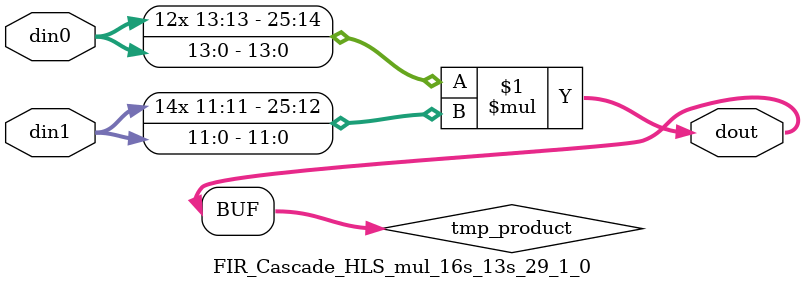
<source format=v>

`timescale 1 ns / 1 ps

 module FIR_Cascade_HLS_mul_16s_13s_29_1_0(din0, din1, dout);
parameter ID = 1;
parameter NUM_STAGE = 0;
parameter din0_WIDTH = 14;
parameter din1_WIDTH = 12;
parameter dout_WIDTH = 26;

input [din0_WIDTH - 1 : 0] din0; 
input [din1_WIDTH - 1 : 0] din1; 
output [dout_WIDTH - 1 : 0] dout;

wire signed [dout_WIDTH - 1 : 0] tmp_product;



























assign tmp_product = $signed(din0) * $signed(din1);








assign dout = tmp_product;





















endmodule

</source>
